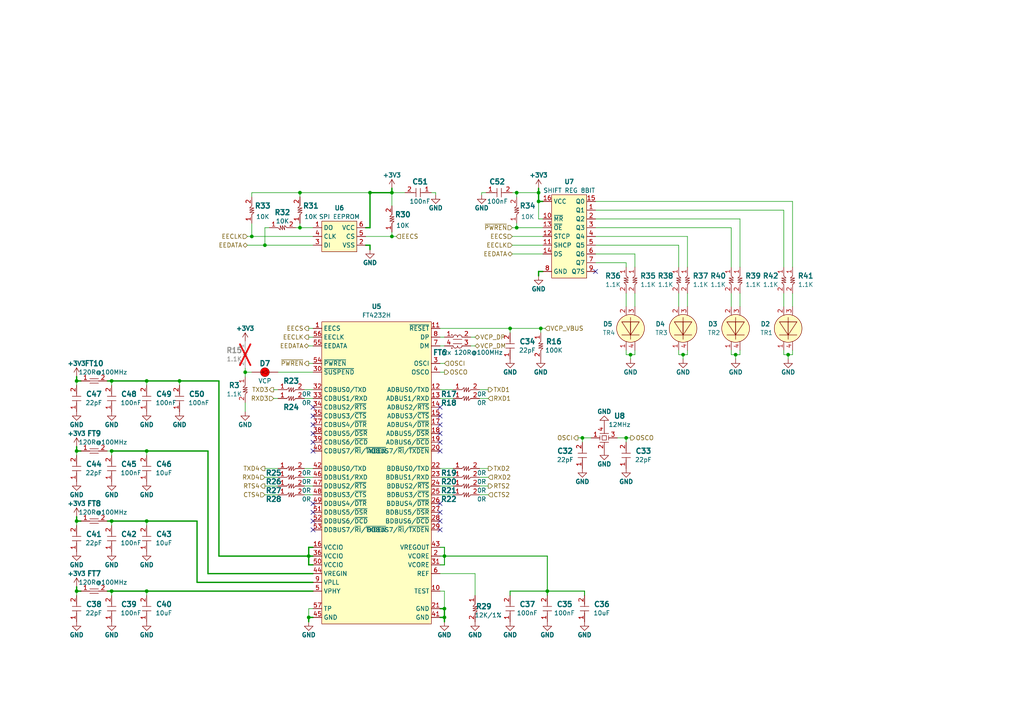
<source format=kicad_sch>
(kicad_sch (version 20231120) (generator "eeschema") (generator_version "8.0")
  (paper "A4")
  (title_block (title "PROGRAMMER & DEBUGGER") (date "2024-07-17") (rev "0.1") (company "TON DUC THANG UNIVERSITY") (comment 1 "Schematic Designed by ...") (comment 2 "PCB Designed by ...") (comment 3 "Approved by ..."))
  (junction (at 156.21 55.88))
  (junction (at 113.665 55.88))
  (junction (at 149.86 55.88))
  (junction (at 149.86 66.04))
  (junction (at 71.12 107.95))
  (junction (at 86.995 66.04))
  (junction (at 22.225 130.81))
  (junction (at 89.535 161.29))
  (junction (at 182.88 102.87))
  (junction (at 113.665 68.58))
  (junction (at 42.545 110.49))
  (junction (at 181.61 127))
  (junction (at 42.545 151.13))
  (junction (at 228.6 102.87))
  (junction (at 168.91 127))
  (junction (at 22.225 171.45))
  (junction (at 76.835 71.12))
  (junction (at 22.225 151.13))
  (junction (at 52.07 110.49))
  (junction (at 32.385 171.45))
  (junction (at 156.21 58.42))
  (junction (at 213.36 102.87))
  (junction (at 22.225 110.49))
  (junction (at 156.845 95.25))
  (junction (at 32.385 151.13))
  (junction (at 198.12 102.87))
  (junction (at 128.905 179.07))
  (junction (at 86.995 55.88))
  (junction (at 158.75 171.45))
  (junction (at 128.905 176.53))
  (junction (at 73.025 68.58))
  (junction (at 89.535 179.07))
  (junction (at 42.545 130.81))
  (junction (at 128.905 161.29))
  (junction (at 32.385 130.81))
  (junction (at 32.385 110.49))
  (junction (at 147.955 95.25))
  (junction (at 107.315 55.88))
  (junction (at 42.545 171.45))
  (no_connect (at 90.805 128.27))
  (no_connect (at 90.805 130.81))
  (no_connect (at 127.635 146.05))
  (no_connect (at 90.805 118.11))
  (no_connect (at 90.805 151.13))
  (no_connect (at 172.72 78.74))
  (no_connect (at 90.805 120.65))
  (no_connect (at 127.635 125.73))
  (no_connect (at 127.635 148.59))
  (no_connect (at 90.805 146.05))
  (no_connect (at 90.805 125.73))
  (no_connect (at 127.635 130.81))
  (no_connect (at 127.635 120.65))
  (no_connect (at 127.635 151.13))
  (no_connect (at 127.635 128.27))
  (no_connect (at 127.635 123.19))
  (no_connect (at 90.805 153.67))
  (no_connect (at 127.635 118.11))
  (no_connect (at 90.805 123.19))
  (no_connect (at 127.635 153.67))
  (no_connect (at 90.805 148.59))
  (wire (pts (xy 147.955 95.25) (xy 147.955 96.52)))
  (wire (pts (xy 167.64 127) (xy 168.91 127)))
  (wire (pts (xy 125.095 55.88) (xy 126.365 55.88)))
  (wire (pts (xy 71.755 71.12) (xy 76.835 71.12)))
  (wire (pts (xy 182.88 102.87) (xy 182.88 104.14)))
  (wire (pts (xy 199.39 101.6) (xy 199.39 102.87)))
  (wire (pts (xy 172.72 63.5) (xy 214.63 63.5)))
  (wire (pts (xy 141.605 140.97) (xy 139.065 140.97)))
  (wire (pts (xy 22.225 130.81) (xy 23.495 130.81)) (stroke (width 0.381)))
  (wire (pts (xy 22.225 171.45) (xy 23.495 171.45)) (stroke (width 0.381)))
  (wire (pts (xy 89.535 161.29) (xy 89.535 158.75)) (stroke (width 0.381)))
  (wire (pts (xy 228.6 102.87) (xy 228.6 104.14)))
  (wire (pts (xy 76.835 135.89) (xy 80.645 135.89)))
  (wire (pts (xy 141.605 135.89) (xy 139.065 135.89)))
  (wire (pts (xy 156.21 54.61) (xy 156.21 55.88)) (stroke (width 0.381)))
  (wire (pts (xy 126.365 56.515) (xy 126.365 55.88)))
  (wire (pts (xy 86.995 57.15) (xy 86.995 55.88)))
  (wire (pts (xy 88.265 135.89) (xy 90.805 135.89)))
  (wire (pts (xy 141.605 115.57) (xy 139.065 115.57)))
  (wire (pts (xy 199.39 102.87) (xy 198.12 102.87)))
  (wire (pts (xy 31.115 151.13) (xy 32.385 151.13)) (stroke (width 0.381)))
  (wire (pts (xy 172.72 73.66) (xy 184.15 73.66)))
  (wire (pts (xy 89.535 180.34) (xy 89.535 179.07)) (stroke (width 0.381)))
  (wire (pts (xy 88.265 115.57) (xy 90.805 115.57)))
  (wire (pts (xy 172.72 76.2) (xy 181.61 76.2)))
  (wire (pts (xy 128.905 171.45) (xy 128.905 176.53)))
  (wire (pts (xy 127.635 158.75) (xy 128.905 158.75)) (stroke (width 0.254)))
  (wire (pts (xy 52.07 110.49) (xy 42.545 110.49)) (stroke (width 0.381)))
  (wire (pts (xy 184.15 102.87) (xy 182.88 102.87)))
  (wire (pts (xy 107.315 72.39) (xy 107.315 71.12)) (stroke (width 0.381)))
  (wire (pts (xy 181.61 128.27) (xy 181.61 127)))
  (wire (pts (xy 158.75 161.29) (xy 158.75 171.45)) (stroke (width 0.254)))
  (wire (pts (xy 22.225 130.81) (xy 22.225 132.08)))
  (wire (pts (xy 127.635 95.25) (xy 147.955 95.25)))
  (wire (pts (xy 76.835 140.97) (xy 80.645 140.97)))
  (wire (pts (xy 141.605 143.51) (xy 139.065 143.51)))
  (wire (pts (xy 128.905 158.75) (xy 128.905 161.29)) (stroke (width 0.254)))
  (wire (pts (xy 90.805 71.12) (xy 76.835 71.12)))
  (wire (pts (xy 31.115 130.81) (xy 32.385 130.81)))
  (wire (pts (xy 79.375 115.57) (xy 80.645 115.57)))
  (wire (pts (xy 89.535 163.83) (xy 89.535 161.29)) (stroke (width 0.381)))
  (wire (pts (xy 76.835 143.51) (xy 80.645 143.51)))
  (wire (pts (xy 172.72 71.12) (xy 196.85 71.12)))
  (wire (pts (xy 182.88 102.87) (xy 181.61 102.87)))
  (wire (pts (xy 86.995 66.04) (xy 90.805 66.04)))
  (wire (pts (xy 42.545 151.13) (xy 42.545 152.4)))
  (wire (pts (xy 113.665 55.88) (xy 117.475 55.88)))
  (wire (pts (xy 158.75 171.45) (xy 158.75 172.72)) (stroke (width 0.254)))
  (wire (pts (xy 32.385 130.81) (xy 32.385 132.08)))
  (wire (pts (xy 57.15 151.13) (xy 42.545 151.13)) (stroke (width 0.381)))
  (wire (pts (xy 128.905 163.83) (xy 128.905 161.29)) (stroke (width 0.254)))
  (wire (pts (xy 184.15 101.6) (xy 184.15 102.87)))
  (wire (pts (xy 137.795 166.37) (xy 137.795 172.72)))
  (wire (pts (xy 214.63 101.6) (xy 214.63 102.87)))
  (wire (pts (xy 184.15 73.66) (xy 184.15 77.47)))
  (wire (pts (xy 229.87 101.6) (xy 229.87 102.87)))
  (wire (pts (xy 71.755 68.58) (xy 73.025 68.58)))
  (wire (pts (xy 140.97 55.88) (xy 139.7 55.88)))
  (wire (pts (xy 76.835 138.43) (xy 80.645 138.43)))
  (wire (pts (xy 184.15 88.9) (xy 184.15 85.09)))
  (wire (pts (xy 229.87 58.42) (xy 229.87 77.47)))
  (wire (pts (xy 90.805 168.91) (xy 57.15 168.91)) (stroke (width 0.381)))
  (wire (pts (xy 131.445 138.43) (xy 127.635 138.43)))
  (wire (pts (xy 89.535 100.33) (xy 90.805 100.33)))
  (wire (pts (xy 90.805 163.83) (xy 89.535 163.83)) (stroke (width 0.381)))
  (wire (pts (xy 57.15 168.91) (xy 57.15 151.13)) (stroke (width 0.381)))
  (wire (pts (xy 228.6 102.87) (xy 227.33 102.87)))
  (wire (pts (xy 88.265 113.03) (xy 90.805 113.03)))
  (wire (pts (xy 168.91 127) (xy 171.45 127)))
  (wire (pts (xy 156.21 63.5) (xy 156.21 58.42)))
  (wire (pts (xy 22.225 109.22) (xy 22.225 110.49)) (stroke (width 0.381)))
  (wire (pts (xy 147.955 171.45) (xy 147.955 172.72)) (stroke (width 0.254)))
  (wire (pts (xy 71.12 106.68) (xy 71.12 107.95)))
  (wire (pts (xy 127.635 140.97) (xy 131.445 140.97)))
  (wire (pts (xy 128.905 107.95) (xy 127.635 107.95)))
  (wire (pts (xy 199.39 68.58) (xy 199.39 77.47)))
  (wire (pts (xy 89.535 176.53) (xy 90.805 176.53)))
  (wire (pts (xy 86.995 55.88) (xy 107.315 55.88)))
  (wire (pts (xy 32.385 130.81) (xy 42.545 130.81)) (stroke (width 0.381)))
  (wire (pts (xy 179.07 127) (xy 181.61 127)))
  (wire (pts (xy 22.225 151.13) (xy 23.495 151.13)) (stroke (width 0.381)))
  (wire (pts (xy 32.385 171.45) (xy 42.545 171.45)) (stroke (width 0.381)))
  (wire (pts (xy 42.545 110.49) (xy 42.545 111.76)))
  (wire (pts (xy 198.12 102.87) (xy 196.85 102.87)))
  (wire (pts (xy 139.7 56.515) (xy 139.7 55.88)))
  (wire (pts (xy 227.33 60.96) (xy 227.33 77.47)))
  (wire (pts (xy 127.635 176.53) (xy 128.905 176.53)) (stroke (width 0.381)))
  (wire (pts (xy 229.87 88.9) (xy 229.87 85.09)))
  (wire (pts (xy 212.09 66.04) (xy 212.09 77.47)))
  (wire (pts (xy 32.385 110.49) (xy 32.385 111.76)))
  (wire (pts (xy 196.85 101.6) (xy 196.85 102.87)))
  (wire (pts (xy 149.86 66.04) (xy 149.86 64.77)))
  (wire (pts (xy 128.905 176.53) (xy 128.905 179.07)) (stroke (width 0.381)))
  (wire (pts (xy 89.535 95.25) (xy 90.805 95.25)))
  (wire (pts (xy 63.5 110.49) (xy 52.07 110.49)) (stroke (width 0.381)))
  (wire (pts (xy 181.61 76.2) (xy 181.61 77.47)))
  (wire (pts (xy 213.36 102.87) (xy 212.09 102.87)))
  (wire (pts (xy 156.21 55.88) (xy 156.21 58.42)) (stroke (width 0.381)))
  (wire (pts (xy 42.545 130.81) (xy 42.545 132.08)))
  (wire (pts (xy 107.315 66.04) (xy 106.045 66.04)) (stroke (width 0.381)))
  (wire (pts (xy 196.85 88.9) (xy 196.85 85.09)))
  (wire (pts (xy 136.525 100.33) (xy 137.795 100.33)))
  (wire (pts (xy 71.12 119.38) (xy 71.12 116.84)))
  (wire (pts (xy 214.63 102.87) (xy 213.36 102.87)))
  (wire (pts (xy 141.605 113.03) (xy 139.065 113.03)))
  (wire (pts (xy 136.525 97.79) (xy 137.795 97.79)))
  (wire (pts (xy 181.61 88.9) (xy 181.61 85.09)))
  (wire (pts (xy 22.225 149.86) (xy 22.225 151.13)) (stroke (width 0.381)))
  (wire (pts (xy 181.61 127) (xy 182.88 127)))
  (wire (pts (xy 199.39 88.9) (xy 199.39 85.09)))
  (wire (pts (xy 149.86 55.88) (xy 149.86 57.15)))
  (wire (pts (xy 42.545 130.81) (xy 60.325 130.81)) (stroke (width 0.381)))
  (wire (pts (xy 127.635 166.37) (xy 137.795 166.37)))
  (wire (pts (xy 169.545 172.72) (xy 169.545 171.45)) (stroke (width 0.254)))
  (wire (pts (xy 172.72 66.04) (xy 212.09 66.04)))
  (wire (pts (xy 141.605 138.43) (xy 139.065 138.43)))
  (wire (pts (xy 32.385 110.49) (xy 42.545 110.49)) (stroke (width 0.381)))
  (wire (pts (xy 147.955 95.25) (xy 156.845 95.25)))
  (wire (pts (xy 80.645 107.95) (xy 90.805 107.95)))
  (wire (pts (xy 156.845 95.25) (xy 156.845 96.52)))
  (wire (pts (xy 157.48 58.42) (xy 156.21 58.42)) (stroke (width 0.381)))
  (wire (pts (xy 127.635 161.29) (xy 128.905 161.29)) (stroke (width 0.254)))
  (wire (pts (xy 172.72 68.58) (xy 199.39 68.58)))
  (wire (pts (xy 213.36 102.87) (xy 213.36 104.14)))
  (wire (pts (xy 22.225 129.54) (xy 22.225 130.81)) (stroke (width 0.381)))
  (wire (pts (xy 22.225 170.18) (xy 22.225 171.45)) (stroke (width 0.381)))
  (wire (pts (xy 106.045 68.58) (xy 113.665 68.58)))
  (wire (pts (xy 128.905 100.33) (xy 127.635 100.33)))
  (wire (pts (xy 73.025 64.77) (xy 73.025 68.58)))
  (wire (pts (xy 42.545 171.45) (xy 90.805 171.45)) (stroke (width 0.381)))
  (wire (pts (xy 31.115 171.45) (xy 32.385 171.45)) (stroke (width 0.381)))
  (wire (pts (xy 156.21 78.74) (xy 157.48 78.74)) (stroke (width 0.381)))
  (wire (pts (xy 89.535 158.75) (xy 90.805 158.75)) (stroke (width 0.381)))
  (wire (pts (xy 52.07 110.49) (xy 52.07 111.76)))
  (wire (pts (xy 63.5 161.29) (xy 63.5 110.49)) (stroke (width 0.381)))
  (wire (pts (xy 60.325 166.37) (xy 60.325 130.81)) (stroke (width 0.381)))
  (wire (pts (xy 22.225 171.45) (xy 22.225 172.72)))
  (wire (pts (xy 156.845 95.25) (xy 158.115 95.25)))
  (wire (pts (xy 107.315 71.12) (xy 106.045 71.12)) (stroke (width 0.381)))
  (wire (pts (xy 181.61 101.6) (xy 181.61 102.87)))
  (wire (pts (xy 157.48 66.04) (xy 149.86 66.04)))
  (wire (pts (xy 127.635 143.51) (xy 131.445 143.51)))
  (wire (pts (xy 169.545 171.45) (xy 158.75 171.45)) (stroke (width 0.254)))
  (wire (pts (xy 73.025 55.88) (xy 86.995 55.88)))
  (wire (pts (xy 107.315 55.88) (xy 113.665 55.88)) (stroke (width 0.381)))
  (wire (pts (xy 148.59 73.66) (xy 157.48 73.66)))
  (wire (pts (xy 22.225 110.49) (xy 22.225 111.76)))
  (wire (pts (xy 198.12 102.87) (xy 198.12 104.14)))
  (wire (pts (xy 128.905 179.07) (xy 128.905 180.34)) (stroke (width 0.381)))
  (wire (pts (xy 88.265 138.43) (xy 90.805 138.43)))
  (wire (pts (xy 79.375 113.03) (xy 80.645 113.03)))
  (wire (pts (xy 86.995 64.77) (xy 86.995 66.04)))
  (wire (pts (xy 172.72 60.96) (xy 227.33 60.96)))
  (wire (pts (xy 128.905 161.29) (xy 158.75 161.29)) (stroke (width 0.254)))
  (wire (pts (xy 90.805 166.37) (xy 60.325 166.37)) (stroke (width 0.381)))
  (wire (pts (xy 76.835 71.12) (xy 76.835 66.04)))
  (wire (pts (xy 227.33 101.6) (xy 227.33 102.87)))
  (wire (pts (xy 32.385 151.13) (xy 42.545 151.13)) (stroke (width 0.381)))
  (wire (pts (xy 31.115 110.49) (xy 32.385 110.49)) (stroke (width 0.381)))
  (wire (pts (xy 196.85 71.12) (xy 196.85 77.47)))
  (wire (pts (xy 113.665 54.61) (xy 113.665 55.88)) (stroke (width 0.381)))
  (wire (pts (xy 148.59 68.58) (xy 157.48 68.58)))
  (wire (pts (xy 32.385 151.13) (xy 32.385 152.4)))
  (wire (pts (xy 229.87 102.87) (xy 228.6 102.87)))
  (wire (pts (xy 168.91 128.27) (xy 168.91 127)))
  (wire (pts (xy 89.535 105.41) (xy 90.805 105.41)))
  (wire (pts (xy 107.315 55.88) (xy 107.315 66.04)) (stroke (width 0.381)))
  (wire (pts (xy 156.21 80.01) (xy 156.21 78.74)) (stroke (width 0.381)))
  (wire (pts (xy 212.09 101.6) (xy 212.09 102.87)))
  (wire (pts (xy 128.905 97.79) (xy 127.635 97.79)))
  (wire (pts (xy 148.59 71.12) (xy 157.48 71.12)))
  (wire (pts (xy 148.59 55.88) (xy 149.86 55.88)))
  (wire (pts (xy 113.665 68.58) (xy 113.665 67.31)))
  (wire (pts (xy 89.535 161.29) (xy 90.805 161.29)) (stroke (width 0.381)))
  (wire (pts (xy 157.48 63.5) (xy 156.21 63.5)))
  (wire (pts (xy 32.385 171.45) (xy 32.385 172.72)))
  (wire (pts (xy 89.535 97.79) (xy 90.805 97.79)))
  (wire (pts (xy 127.635 105.41) (xy 128.905 105.41)))
  (wire (pts (xy 76.835 66.04) (xy 78.105 66.04)))
  (wire (pts (xy 127.635 163.83) (xy 128.905 163.83)) (stroke (width 0.254)))
  (wire (pts (xy 128.905 179.07) (xy 127.635 179.07)) (stroke (width 0.381)))
  (wire (pts (xy 131.445 115.57) (xy 127.635 115.57)))
  (wire (pts (xy 172.72 58.42) (xy 229.87 58.42)))
  (wire (pts (xy 227.33 88.9) (xy 227.33 85.09)))
  (wire (pts (xy 88.265 140.97) (xy 90.805 140.97)))
  (wire (pts (xy 73.025 68.58) (xy 90.805 68.58)))
  (wire (pts (xy 158.75 171.45) (xy 147.955 171.45)) (stroke (width 0.254)))
  (wire (pts (xy 22.225 110.49) (xy 23.495 110.49)) (stroke (width 0.381)))
  (wire (pts (xy 71.12 107.95) (xy 73.025 107.95)))
  (wire (pts (xy 214.63 63.5) (xy 214.63 77.47)))
  (wire (pts (xy 89.535 179.07) (xy 89.535 176.53)))
  (wire (pts (xy 127.635 171.45) (xy 128.905 171.45)))
  (wire (pts (xy 131.445 113.03) (xy 127.635 113.03)))
  (wire (pts (xy 42.545 171.45) (xy 42.545 172.72)))
  (wire (pts (xy 89.535 179.07) (xy 90.805 179.07)) (stroke (width 0.381)))
  (wire (pts (xy 113.665 68.58) (xy 114.935 68.58)))
  (wire (pts (xy 131.445 135.89) (xy 127.635 135.89)))
  (wire (pts (xy 212.09 88.9) (xy 212.09 85.09)))
  (wire (pts (xy 214.63 88.9) (xy 214.63 85.09)))
  (wire (pts (xy 73.025 57.15) (xy 73.025 55.88)))
  (wire (pts (xy 149.86 55.88) (xy 156.21 55.88)))
  (wire (pts (xy 63.5 161.29) (xy 89.535 161.29)) (stroke (width 0.381)))
  (wire (pts (xy 71.12 107.95) (xy 71.12 109.22)))
  (wire (pts (xy 88.265 143.51) (xy 90.805 143.51)))
  (wire (pts (xy 148.59 66.04) (xy 149.86 66.04)))
  (wire (pts (xy 113.665 55.88) (xy 113.665 59.69)))
  (wire (pts (xy 85.725 66.04) (xy 86.995 66.04)))
  (wire (pts (xy 22.225 151.13) (xy 22.225 152.4)))
  (hierarchical_label "EECLK" (shape output) (at 89.535 97.79 180))
  (hierarchical_label "CTS2" (shape input) (at 141.605 143.51 0))
  (hierarchical_label "RXD3" (shape input) (at 79.375 115.57 180))
  (hierarchical_label "VCP_VBUS" (shape input) (at 158.115 95.25 0))
  (hierarchical_label "RTS4" (shape output) (at 76.835 140.97 180))
  (hierarchical_label "EECLK" (shape input) (at 71.755 68.58 180))
  (hierarchical_label "EEDATA" (shape bidirectional) (at 89.535 100.33 180))
  (hierarchical_label "EECS" (shape input) (at 148.59 68.58 180))
  (hierarchical_label "EECLK" (shape input) (at 148.59 71.12 180))
  (hierarchical_label "EEDATA" (shape bidirectional) (at 148.59 73.66 180))
  (hierarchical_label "OSCI" (shape input) (at 128.905 105.41 0))
  (hierarchical_label "CTS4" (shape input) (at 76.835 143.51 180))
  (hierarchical_label "VCP_DM" (shape bidirectional) (at 137.795 100.33 0))
  (hierarchical_label "RXD1" (shape input) (at 141.605 115.57 0))
  (hierarchical_label "~{PWREN}" (shape input) (at 148.59 66.04 180))
  (hierarchical_label "TXD1" (shape output) (at 141.605 113.03 0))
  (hierarchical_label "OSCO" (shape output) (at 182.88 127 0))
  (hierarchical_label "RXD2" (shape input) (at 141.605 138.43 0))
  (hierarchical_label "TXD3" (shape output) (at 79.375 113.03 180))
  (hierarchical_label "EECS" (shape input) (at 114.935 68.58 0))
  (hierarchical_label "EEDATA" (shape bidirectional) (at 71.755 71.12 180))
  (hierarchical_label "TXD4" (shape output) (at 76.835 135.89 180))
  (hierarchical_label "OSCO" (shape output) (at 128.905 107.95 0))
  (hierarchical_label "OSCI" (shape output) (at 167.64 127 180))
  (hierarchical_label "~{PWREN}" (shape output) (at 89.535 105.41 180))
  (hierarchical_label "VCP_DP" (shape bidirectional) (at 137.795 97.79 0))
  (hierarchical_label "RTS2" (shape output) (at 141.605 140.97 0))
  (hierarchical_label "EECS" (shape output) (at 89.535 95.25 180))
  (hierarchical_label "RXD4" (shape input) (at 76.835 138.43 180))
  (hierarchical_label "TXD2" (shape output) (at 141.605 135.89 0))
  (symbol (lib_id "SAMPI:RES") (at 89.535 62.23 270) (mirror x) (unit 1)
    (property "Reference" "R31" (at 90.17 59.69 90) (effects (font (size 1.5 1.5) (bold yes))))
    (property "Value" "10K" (at 90.17 62.865 90))
    (property "Footprint" "SAMPI:RES0603" (effects (hide yes)))
    (property "Description" "RES 10K OHM 1% 1/10W 0603" (effects (hide yes)))
    (property "Unit Price" "0.019" (effects (hide yes)))
    (property "MNP" "RC0603FR-0710KL" (effects (hide yes)))
    (property "MFT" "YAGEO" (effects (hide yes)))
    (property "Checked" "OK" (effects (hide yes)))
  )
  (symbol (lib_id "SAMPI:RES") (at 199.39 80.01 270) (unit 1)
    (property "Reference" "R38" (at 193.04 80.01 90) (effects (font (size 1.5 1.5) (bold yes))))
    (property "Value" "1.1K" (at 193.04 82.55 90))
    (property "Footprint" "SAMPI:RES0603" (effects (hide yes)))
    (property "Description" "RES SMD 1.1K OHM 1% 1/10W 0603" (effects (hide yes)))
    (property "MFT" "YAGEO" (effects (hide yes)))
    (property "Unit Price" "0.021" (effects (hide yes)))
    (property "MNP" "AC0603FR-071K1L" (effects (hide yes)))
    (property "Checked" "OK" (effects (hide yes)))
  )
  (symbol (lib_id "SAMPI:CERCAP") (at 40.005 137.16 90) (unit 1)
    (property "Reference" "C46" (at 45.085 134.6199 90) (effects (font (size 1.5 1.5) (bold yes)) (justify right)))
    (property "Value" "10uF" (at 45.085 137.1599 90) (effects (justify right)))
    (property "Footprint" "SAMPI:CAP0603" (effects (hide yes)))
    (property "Description" "CAP CER 10UF 6.3V X5R 0603" (effects (hide yes)))
    (property "MNP" "CL10A106MQ8NNNC" (effects (hide yes)))
    (property "Unit Price" "0.079" (effects (hide yes)))
    (property "MFT" "Samsung" (effects (hide yes)))
    (property "Checked" "OK" (effects (hide yes)))
  )
  (symbol (lib_id "SAMPI:93LC56") (at 93.345 57.785 0) (unit 1)
    (property "Reference" "U6" (at 98.425 60.325 0) (effects (font (size 1.3 1.3) (bold yes))))
    (property "Value" "SPI EEPROM" (at 98.425 62.865 0))
    (property "Footprint" "SAMPI:SOT-23-6_MCHP" (effects (hide yes)))
    (property "Description" "IC EEPROM 2KBIT MIC WIRE SOT23-6" (effects (hide yes)))
    (property "MNP" "93LC56AT-I/OT" (effects (hide yes)))
    (property "MFT" "MCHP" (effects (hide yes)))
    (property "Checked" "OK" (effects (hide yes)))
  )
  (symbol (lib_id "power:GND") (at 156.21 80.01 0) (unit 1)
    (property "Reference" "#PWR093" (effects (hide yes)))
    (property "Value" "GND" (at 156.21 83.82 0) (effects (font (bold yes))))
  )
  (symbol (lib_id "power:+3V3") (at 22.225 149.86 0) (unit 1)
    (property "Reference" "#PWR075" (effects (hide yes)))
    (property "Value" "+3V3" (at 22.225 146.05 0) (effects (font (bold yes))))
  )
  (symbol (lib_id "SAMPI:FerriteBead") (at 26.67 167.64 0) (unit 1)
    (property "Reference" "FT7" (at 27.305 166.37 0) (effects (font (size 1.5 1.5) (bold yes))))
    (property "Value" "120R@100MHz" (at 29.845 168.91 0))
    (property "Footprint" "SAMPI:FT0603" (effects (hide yes)))
    (property "Description" "FERRITE BEAD 120 OHM 1A 0603 1LN" (effects (hide yes)))
    (property "Unit Price" "0.058" (effects (hide yes)))
    (property "MNP" "PE-0603PFB121ST" (effects (hide yes)))
    (property "MFT" "Pulse" (effects (hide yes)))
    (property "Checked" "OK" (effects (hide yes)))
  )
  (symbol (lib_id "power:GND") (at 32.385 119.38 0) (unit 1)
    (property "Reference" "#PWR085" (effects (hide yes)))
    (property "Value" "GND" (at 32.385 123.19 0) (effects (font (bold yes))))
  )
  (symbol (lib_id "power:GND") (at 228.6 104.14 0) (mirror y) (unit 1)
    (property "Reference" "#PWR094" (effects (hide yes)))
    (property "Value" "GND" (at 228.6 107.95 0) (effects (font (bold yes))))
  )
  (symbol (lib_id "SAMPI:RES") (at 80.645 68.58 0) (mirror x) (unit 1)
    (property "Reference" "R32" (at 81.915 61.595 0) (effects (font (size 1.5 1.5) (bold yes))))
    (property "Value" "10K" (at 81.915 64.135 0))
    (property "Footprint" "SAMPI:RES0603" (effects (hide yes)))
    (property "Description" "RES 10K OHM 1% 1/10W 0603" (effects (hide yes)))
    (property "Unit Price" "0.019" (effects (hide yes)))
    (property "MNP" "RC0603FR-0710KL" (effects (hide yes)))
    (property "MFT" "YAGEO" (effects (hide yes)))
    (property "Checked" "OK" (effects (hide yes)))
  )
  (symbol (lib_id "SAMPI:RES") (at 227.33 80.01 90) (mirror x) (unit 1)
    (property "Reference" "R41" (at 233.68 80.01 90) (effects (font (size 1.5 1.5) (bold yes))))
    (property "Value" "1.1K" (at 233.68 82.55 90))
    (property "Footprint" "SAMPI:RES0603" (effects (hide yes)))
    (property "Description" "RES SMD 1.1K OHM 1% 1/10W 0603" (effects (hide yes)))
    (property "MFT" "YAGEO" (effects (hide yes)))
    (property "Unit Price" "0.021" (effects (hide yes)))
    (property "MNP" "AC0603FR-071K1L" (effects (hide yes)))
    (property "Checked" "OK" (effects (hide yes)))
  )
  (symbol (lib_id "SAMPI:RES") (at 196.85 80.01 90) (mirror x) (unit 1)
    (property "Reference" "R37" (at 203.2 80.01 90) (effects (font (size 1.5 1.5) (bold yes))))
    (property "Value" "1.1K" (at 203.2 82.55 90))
    (property "Footprint" "SAMPI:RES0603" (effects (hide yes)))
    (property "Description" "RES SMD 1.1K OHM 1% 1/10W 0603" (effects (hide yes)))
    (property "MFT" "YAGEO" (effects (hide yes)))
    (property "Unit Price" "0.021" (effects (hide yes)))
    (property "MNP" "AC0603FR-071K1L" (effects (hide yes)))
    (property "Checked" "OK" (effects (hide yes)))
  )
  (symbol (lib_id "power:GND") (at 147.955 104.14 0) (unit 1)
    (property "Reference" "#PWR063" (effects (hide yes)))
    (property "Value" "GND" (at 147.955 107.95 0) (effects (font (bold yes))))
  )
  (symbol (lib_id "SAMPI:CERCAP") (at 19.685 116.84 90) (unit 1)
    (property "Reference" "C47" (at 24.765 114.2999 90) (effects (font (size 1.5 1.5) (bold yes)) (justify right)))
    (property "Value" "22pF" (at 24.765 116.8399 90) (effects (justify right)))
    (property "Footprint" "SAMPI:CAP0603" (effects (hide yes)))
    (property "Description" "CAP CER 22PF 50V C0G/NP0 0603" (effects (hide yes)))
    (property "MNP" "0603N220J500CT" (effects (hide yes)))
    (property "Unit Price" "0.012" (effects (hide yes)))
    (property "MFT" "Walsin" (effects (hide yes)))
    (property "Checked" "OK" (effects (hide yes)))
  )
  (symbol (lib_id "SAMPI:CERCAP") (at 40.005 116.84 90) (unit 1)
    (property "Reference" "C49" (at 45.085 114.2999 90) (effects (font (size 1.5 1.5) (bold yes)) (justify right)))
    (property "Value" "100nF" (at 45.085 116.8399 90) (effects (justify right)))
    (property "Footprint" "SAMPI:CAP0603" (effects (hide yes)))
    (property "Description" "CAP CER 0.1UF 50V X7R 0603" (effects (hide yes)))
    (property "MNP" "CL10B104KB8NNNC" (effects (hide yes)))
    (property "Unit Price" "0.012" (effects (hide yes)))
    (property "MFT" "Samsung" (effects (hide yes)))
    (property "Checked" "OK" (effects (hide yes)))
  )
  (symbol (lib_id "SAMPI:RES") (at 68.58 101.6 90) (mirror x) (unit 1) (in_bom no) (dnp yes)
    (property "Reference" "R15" (at 67.945 101.6 90) (effects (font (size 1.5 1.5) (bold yes))))
    (property "Value" "1.1K" (at 67.945 104.14 90))
    (property "Footprint" "SAMPI:RES0603" (effects (hide yes)))
    (property "Description" "RES SMD 1.1K OHM 1% 1/10W 0603" (effects (hide yes)))
    (property "MFT" "YAGEO" (effects (hide yes)))
    (property "Unit Price" "0.021" (effects (hide yes)))
    (property "MNP" "AC0603FR-071K1L" (effects (hide yes)))
    (property "Checked" "OK" (effects (hide yes)))
  )
  (symbol (lib_id "SAMPI:CERCAP") (at 143.51 58.42 0) (mirror x) (unit 1)
    (property "Reference" "C52" (at 146.685 52.705 0) (effects (font (size 1.5 1.5) (bold yes)) (justify right)))
    (property "Value" "100nF" (at 147.32 58.42 0) (effects (justify right)))
    (property "Footprint" "SAMPI:CAP0603" (effects (hide yes)))
    (property "Description" "CAP CER 0.1UF 50V X7R 0603" (effects (hide yes)))
    (property "MNP" "CL10B104KB8NNNC" (effects (hide yes)))
    (property "Unit Price" "0.012" (effects (hide yes)))
    (property "MFT" "Samsung" (effects (hide yes)))
    (property "Checked" "OK" (effects (hide yes)))
  )
  (symbol (lib_id "SAMPI:RES") (at 152.4 62.23 270) (mirror x) (unit 1)
    (property "Reference" "R34" (at 153.035 59.69 90) (effects (font (size 1.5 1.5) (bold yes))))
    (property "Value" "10K" (at 153.035 62.865 90))
    (property "Footprint" "SAMPI:RES0603" (effects (hide yes)))
    (property "Description" "RES 10K OHM 1% 1/10W 0603" (effects (hide yes)))
    (property "Unit Price" "0.019" (effects (hide yes)))
    (property "MNP" "RC0603FR-0710KL" (effects (hide yes)))
    (property "MFT" "YAGEO" (effects (hide yes)))
    (property "Checked" "OK" (effects (hide yes)))
  )
  (symbol (lib_id "power:GND") (at 156.845 104.14 0) (unit 1)
    (property "Reference" "#PWR064" (effects (hide yes)))
    (property "Value" "GND" (at 156.845 107.95 0) (effects (font (bold yes))))
  )
  (symbol (lib_id "SAMPI:CERCAP") (at 29.845 177.8 90) (unit 1)
    (property "Reference" "C39" (at 34.925 175.2599 90) (effects (font (size 1.5 1.5) (bold yes)) (justify right)))
    (property "Value" "100nF" (at 34.925 177.7999 90) (effects (justify right)))
    (property "Footprint" "SAMPI:CAP0603" (effects (hide yes)))
    (property "Description" "CAP CER 0.1UF 50V X7R 0603" (effects (hide yes)))
    (property "MNP" "CL10B104KB8NNNC" (effects (hide yes)))
    (property "Unit Price" "0.012" (effects (hide yes)))
    (property "MFT" "Samsung" (effects (hide yes)))
    (property "Checked" "OK" (effects (hide yes)))
  )
  (symbol (lib_id "power:GND") (at 42.545 119.38 0) (unit 1)
    (property "Reference" "#PWR086" (effects (hide yes)))
    (property "Value" "GND" (at 42.545 123.19 0) (effects (font (bold yes))))
  )
  (symbol (lib_id "SAMPI:RES") (at 214.63 80.01 270) (unit 1)
    (property "Reference" "R40" (at 208.28 80.01 90) (effects (font (size 1.5 1.5) (bold yes))))
    (property "Value" "1.1K" (at 208.28 82.55 90))
    (property "Footprint" "SAMPI:RES0603" (effects (hide yes)))
    (property "Description" "RES SMD 1.1K OHM 1% 1/10W 0603" (effects (hide yes)))
    (property "MFT" "YAGEO" (effects (hide yes)))
    (property "Unit Price" "0.021" (effects (hide yes)))
    (property "MNP" "AC0603FR-071K1L" (effects (hide yes)))
    (property "Checked" "OK" (effects (hide yes)))
  )
  (symbol (lib_id "power:GND") (at 42.545 180.34 0) (unit 1)
    (property "Reference" "#PWR074" (effects (hide yes)))
    (property "Value" "GND" (at 42.545 184.15 0) (effects (font (bold yes))))
  )
  (symbol (lib_id "power:GND") (at 181.61 135.89 0) (unit 1)
    (property "Reference" "#PWR0110" (effects (hide yes)))
    (property "Value" "GND" (at 181.61 139.7 0) (effects (font (bold yes))))
  )
  (symbol (lib_id "SAMPI:RG_LED") (at 175.26 88.9 90) (mirror x) (unit 1)
    (property "Reference" "D5" (at 177.8 93.98 90) (effects (font (size 1.3 1.3) (bold yes)) (justify left)))
    (property "Value" "TR4" (at 178.435 96.52 90) (effects (justify left)))
    (property "Footprint" "SAMPI:LED0606_4P" (effects (hide yes)))
    (property "Description" "LED GREEN/RED DIFFUSED 0606 SMD" (effects (hide yes)))
    (property "MNP" "B2612USNG20D000212U1930" (effects (hide yes)))
    (property "MFT" " Harvatek" (effects (hide yes)))
    (property "Checked" "OK" (effects (hide yes)))
  )
  (symbol (lib_id "SAMPI:FerriteBead") (at 26.67 106.68 0) (unit 1)
    (property "Reference" "FT10" (at 27.305 105.41 0) (effects (font (size 1.5 1.5) (bold yes))))
    (property "Value" "120R@100MHz" (at 29.845 107.95 0))
    (property "Footprint" "SAMPI:FT0603" (effects (hide yes)))
    (property "Description" "FERRITE BEAD 120 OHM 1A 0603 1LN" (effects (hide yes)))
    (property "Unit Price" "0.058" (effects (hide yes)))
    (property "MNP" "PE-0603PFB121ST" (effects (hide yes)))
    (property "MFT" "Pulse" (effects (hide yes)))
    (property "Checked" "OK" (effects (hide yes)))
  )
  (symbol (lib_id "power:GND") (at 52.07 119.38 0) (unit 1)
    (property "Reference" "#PWR087" (effects (hide yes)))
    (property "Value" "GND" (at 52.07 123.19 0) (effects (font (bold yes))))
  )
  (symbol (lib_id "power:GND") (at 175.26 123.19 180) (unit 1)
    (property "Reference" "#PWR062" (effects (hide yes)))
    (property "Value" "GND" (at 175.26 119.38 0) (effects (font (bold yes))))
  )
  (symbol (lib_id "power:+3V3") (at 156.21 54.61 0) (unit 1)
    (property "Reference" "#PWR091" (effects (hide yes)))
    (property "Value" "+3V3" (at 156.21 50.8 0) (effects (font (bold yes))))
  )
  (symbol (lib_id "SAMPI:CERCAP") (at 145.415 101.6 90) (unit 1)
    (property "Reference" "C34" (at 150.495 99.0599 90) (effects (font (size 1.5 1.5) (bold yes)) (justify right)))
    (property "Value" "22pF" (at 150.495 101.5999 90) (effects (justify right)))
    (property "Footprint" "SAMPI:CAP0603" (effects (hide yes)))
    (property "Description" "CAP CER 22PF 50V C0G/NP0 0603" (effects (hide yes)))
    (property "MNP" "0603N220J500CT" (effects (hide yes)))
    (property "Unit Price" "0.012" (effects (hide yes)))
    (property "MFT" "Walsin" (effects (hide yes)))
    (property "Checked" "OK" (effects (hide yes)))
  )
  (symbol (lib_id "SAMPI:FT4232H") (at 93.345 87.63 0) (unit 1)
    (property "Reference" "U5" (at 109.22 88.9 0) (effects (font (size 1.3 1.3) (bold yes))))
    (property "Value" "FT4232H" (at 109.22 91.44 0))
    (property "Footprint" "SAMPI:VQFN-56_FTDI" (effects (hide yes)))
    (property "Description" "IC USB TO UART/MPSSE QUAD 56VQFN" (effects (hide yes)))
    (property "MNP" "FT4232H-56Q" (effects (hide yes)))
    (property "MFT" "FTDI" (effects (hide yes)))
    (property "Checked" "OK" (effects (hide yes)))
  )
  (symbol (lib_id "power:GND") (at 22.225 119.38 0) (unit 1)
    (property "Reference" "#PWR084" (effects (hide yes)))
    (property "Value" "GND" (at 22.225 123.19 0) (effects (font (bold yes))))
  )
  (symbol (lib_id "SAMPI:RES") (at 184.15 80.01 270) (unit 1)
    (property "Reference" "R36" (at 177.8 80.01 90) (effects (font (size 1.5 1.5) (bold yes))))
    (property "Value" "1.1K" (at 177.8 82.55 90))
    (property "Footprint" "SAMPI:RES0603" (effects (hide yes)))
    (property "Description" "RES SMD 1.1K OHM 1% 1/10W 0603" (effects (hide yes)))
    (property "MFT" "YAGEO" (effects (hide yes)))
    (property "Unit Price" "0.021" (effects (hide yes)))
    (property "MNP" "AC0603FR-071K1L" (effects (hide yes)))
    (property "Checked" "OK" (effects (hide yes)))
  )
  (symbol (lib_id "power:GND") (at 168.91 135.89 0) (mirror y) (unit 1)
    (property "Reference" "#PWR059" (effects (hide yes)))
    (property "Value" "GND" (at 168.91 139.7 0) (effects (font (bold yes))))
  )
  (symbol (lib_id "power:GND") (at 198.12 104.14 0) (mirror y) (unit 1)
    (property "Reference" "#PWR096" (effects (hide yes)))
    (property "Value" "GND" (at 198.12 107.95 0) (effects (font (bold yes))))
  )
  (symbol (lib_id "SAMPI:CERCAP") (at 122.555 58.42 180) (unit 1)
    (property "Reference" "C51" (at 119.38 52.705 0) (effects (font (size 1.5 1.5) (bold yes)) (justify right)))
    (property "Value" "100nF" (at 118.745 58.42 0) (effects (justify right)))
    (property "Footprint" "SAMPI:CAP0603" (effects (hide yes)))
    (property "Description" "CAP CER 0.1UF 50V X7R 0603" (effects (hide yes)))
    (property "MNP" "CL10B104KB8NNNC" (effects (hide yes)))
    (property "Unit Price" "0.012" (effects (hide yes)))
    (property "MFT" "Samsung" (effects (hide yes)))
    (property "Checked" "OK" (effects (hide yes)))
  )
  (symbol (lib_id "SAMPI:RES") (at 229.87 80.01 270) (unit 1)
    (property "Reference" "R42" (at 223.52 80.01 90) (effects (font (size 1.5 1.5) (bold yes))))
    (property "Value" "1.1K" (at 223.52 82.55 90))
    (property "Footprint" "SAMPI:RES0603" (effects (hide yes)))
    (property "Description" "RES SMD 1.1K OHM 1% 1/10W 0603" (effects (hide yes)))
    (property "MFT" "YAGEO" (effects (hide yes)))
    (property "Unit Price" "0.021" (effects (hide yes)))
    (property "MNP" "AC0603FR-071K1L" (effects (hide yes)))
    (property "Checked" "OK" (effects (hide yes)))
  )
  (symbol (lib_id "SAMPI:RG_LED") (at 220.98 88.9 90) (mirror x) (unit 1)
    (property "Reference" "D2" (at 223.52 93.98 90) (effects (font (size 1.3 1.3) (bold yes)) (justify left)))
    (property "Value" "TR1" (at 224.155 96.52 90) (effects (justify left)))
    (property "Footprint" "SAMPI:LED0606_4P" (effects (hide yes)))
    (property "Description" "LED GREEN/RED DIFFUSED 0606 SMD" (effects (hide yes)))
    (property "MNP" "B2612USNG20D000212U1930" (effects (hide yes)))
    (property "MFT" " Harvatek" (effects (hide yes)))
    (property "Checked" "OK" (effects (hide yes)))
  )
  (symbol (lib_id "SAMPI:RES") (at 133.985 133.35 0) (unit 1)
    (property "Reference" "R19" (at 130.175 137.16 0) (effects (font (size 1.5 1.5) (bold yes))))
    (property "Value" "0R" (at 139.7 137.16 0))
    (property "Footprint" "SAMPI:RES0603" (effects (hide yes)))
    (property "Description" "RES 0 OHM JUMPER 1/10W 0603" (effects (hide yes)))
    (property "Unit Price" "0.015" (effects (hide yes)))
    (property "MNP" "RC0603JR-070RL" (effects (hide yes)))
    (property "MFT" "YAGEO" (effects (hide yes)))
    (property "Checked" "OK" (effects (hide yes)))
  )
  (symbol (lib_id "SAMPI:RES") (at 133.985 138.43 0) (unit 1)
    (property "Reference" "R21" (at 130.175 142.24 0) (effects (font (size 1.5 1.5) (bold yes))))
    (property "Value" "0R" (at 139.7 142.24 0))
    (property "Footprint" "SAMPI:RES0603" (effects (hide yes)))
    (property "Description" "RES 0 OHM JUMPER 1/10W 0603" (effects (hide yes)))
    (property "Unit Price" "0.015" (effects (hide yes)))
    (property "MNP" "RC0603JR-070RL" (effects (hide yes)))
    (property "MFT" "YAGEO" (effects (hide yes)))
    (property "Checked" "OK" (effects (hide yes)))
  )
  (symbol (lib_id "SAMPI:RG_LED") (at 190.5 88.9 90) (mirror x) (unit 1)
    (property "Reference" "D4" (at 193.04 93.98 90) (effects (font (size 1.3 1.3) (bold yes)) (justify left)))
    (property "Value" "TR3" (at 193.675 96.52 90) (effects (justify left)))
    (property "Footprint" "SAMPI:LED0606_4P" (effects (hide yes)))
    (property "Description" "LED GREEN/RED DIFFUSED 0606 SMD" (effects (hide yes)))
    (property "MNP" "B2612USNG20D000212U1930" (effects (hide yes)))
    (property "MFT" " Harvatek" (effects (hide yes)))
    (property "Checked" "OK" (effects (hide yes)))
  )
  (symbol (lib_id "power:+3V3") (at 22.225 170.18 0) (unit 1)
    (property "Reference" "#PWR071" (effects (hide yes)))
    (property "Value" "+3V3" (at 22.225 166.37 0) (effects (font (bold yes))))
  )
  (symbol (lib_id "SAMPI:RES") (at 83.185 138.43 0) (unit 1)
    (property "Reference" "R27" (at 79.375 142.24 0) (effects (font (size 1.5 1.5) (bold yes))))
    (property "Value" "0R" (at 88.9 142.24 0))
    (property "Footprint" "SAMPI:RES0603" (effects (hide yes)))
    (property "Description" "RES 0 OHM JUMPER 1/10W 0603" (effects (hide yes)))
    (property "Unit Price" "0.015" (effects (hide yes)))
    (property "MNP" "RC0603JR-070RL" (effects (hide yes)))
    (property "MFT" "YAGEO" (effects (hide yes)))
    (property "Checked" "OK" (effects (hide yes)))
  )
  (symbol (lib_id "power:GND") (at 42.545 139.7 0) (unit 1)
    (property "Reference" "#PWR082" (effects (hide yes)))
    (property "Value" "GND" (at 42.545 143.51 0) (effects (font (bold yes))))
  )
  (symbol (lib_id "SAMPI:CERCAP") (at 40.005 157.48 90) (unit 1)
    (property "Reference" "C43" (at 45.085 154.9399 90) (effects (font (size 1.5 1.5) (bold yes)) (justify right)))
    (property "Value" "10uF" (at 45.085 157.4799 90) (effects (justify right)))
    (property "Footprint" "SAMPI:CAP0603" (effects (hide yes)))
    (property "Description" "CAP CER 10UF 6.3V X5R 0603" (effects (hide yes)))
    (property "MNP" "CL10A106MQ8NNNC" (effects (hide yes)))
    (property "Unit Price" "0.079" (effects (hide yes)))
    (property "MFT" "Samsung" (effects (hide yes)))
    (property "Checked" "OK" (effects (hide yes)))
  )
  (symbol (lib_id "SAMPI:RES") (at 133.985 140.97 0) (unit 1)
    (property "Reference" "R22" (at 130.175 144.78 0) (effects (font (size 1.5 1.5) (bold yes))))
    (property "Value" "0R" (at 139.7 144.78 0))
    (property "Footprint" "SAMPI:RES0603" (effects (hide yes)))
    (property "Description" "RES 0 OHM JUMPER 1/10W 0603" (effects (hide yes)))
    (property "Unit Price" "0.015" (effects (hide yes)))
    (property "MNP" "RC0603JR-070RL" (effects (hide yes)))
    (property "MFT" "YAGEO" (effects (hide yes)))
    (property "Checked" "OK" (effects (hide yes)))
  )
  (symbol (lib_id "SAMPI:CERCAP") (at 49.53 116.84 90) (unit 1)
    (property "Reference" "C50" (at 54.61 114.2999 90) (effects (font (size 1.5 1.5) (bold yes)) (justify right)))
    (property "Value" "100nF" (at 54.61 116.8399 90) (effects (justify right)))
    (property "Footprint" "SAMPI:CAP0603" (effects (hide yes)))
    (property "Description" "CAP CER 0.1UF 50V X7R 0603" (effects (hide yes)))
    (property "MNP" "CL10B104KB8NNNC" (effects (hide yes)))
    (property "Unit Price" "0.012" (effects (hide yes)))
    (property "MFT" "Samsung" (effects (hide yes)))
    (property "Checked" "OK" (effects (hide yes)))
  )
  (symbol (lib_id "SAMPI:RES") (at 83.185 140.97 0) (unit 1)
    (property "Reference" "R28" (at 79.375 144.78 0) (effects (font (size 1.5 1.5) (bold yes))))
    (property "Value" "0R" (at 88.9 144.78 0))
    (property "Footprint" "SAMPI:RES0603" (effects (hide yes)))
    (property "Description" "RES 0 OHM JUMPER 1/10W 0603" (effects (hide yes)))
    (property "Unit Price" "0.015" (effects (hide yes)))
    (property "MNP" "RC0603JR-070RL" (effects (hide yes)))
    (property "MFT" "YAGEO" (effects (hide yes)))
    (property "Checked" "OK" (effects (hide yes)))
  )
  (symbol (lib_id "power:+3V3") (at 22.225 129.54 0) (unit 1)
    (property "Reference" "#PWR079" (effects (hide yes)))
    (property "Value" "+3V3" (at 22.225 125.73 0) (effects (font (bold yes))))
  )
  (symbol (lib_id "power:GND") (at 22.225 180.34 0) (unit 1)
    (property "Reference" "#PWR072" (effects (hide yes)))
    (property "Value" "GND" (at 22.225 184.15 0) (effects (font (bold yes))))
  )
  (symbol (lib_id "SAMPI:RG_LED") (at 205.74 88.9 90) (mirror x) (unit 1)
    (property "Reference" "D3" (at 208.28 93.98 90) (effects (font (size 1.3 1.3) (bold yes)) (justify left)))
    (property "Value" "TR2" (at 208.915 96.52 90) (effects (justify left)))
    (property "Footprint" "SAMPI:LED0606_4P" (effects (hide yes)))
    (property "Description" "LED GREEN/RED DIFFUSED 0606 SMD" (effects (hide yes)))
    (property "MNP" "B2612USNG20D000212U1930" (effects (hide yes)))
    (property "MFT" " Harvatek" (effects (hide yes)))
    (property "Checked" "OK" (effects (hide yes)))
  )
  (symbol (lib_id "SAMPI:CERCAP") (at 167.005 177.8 90) (unit 1)
    (property "Reference" "C36" (at 172.085 175.2599 90) (effects (font (size 1.5 1.5) (bold yes)) (justify right)))
    (property "Value" "10uF" (at 172.085 177.7999 90) (effects (justify right)))
    (property "Footprint" "SAMPI:CAP0603" (effects (hide yes)))
    (property "Description" "CAP CER 10UF 6.3V X5R 0603" (effects (hide yes)))
    (property "MNP" "CL10A106MQ8NNNC" (effects (hide yes)))
    (property "Unit Price" "0.079" (effects (hide yes)))
    (property "MFT" "Samsung" (effects (hide yes)))
    (property "Checked" "OK" (effects (hide yes)))
  )
  (symbol (lib_id "SAMPI:CERCAP") (at 19.685 177.8 90) (unit 1)
    (property "Reference" "C38" (at 24.765 175.2599 90) (effects (font (size 1.5 1.5) (bold yes)) (justify right)))
    (property "Value" "22pF" (at 24.765 177.7999 90) (effects (justify right)))
    (property "Footprint" "SAMPI:CAP0603" (effects (hide yes)))
    (property "Description" "CAP CER 22PF 50V C0G/NP0 0603" (effects (hide yes)))
    (property "MNP" "0603N220J500CT" (effects (hide yes)))
    (property "Unit Price" "0.012" (effects (hide yes)))
    (property "MFT" "Walsin" (effects (hide yes)))
    (property "Checked" "OK" (effects (hide yes)))
  )
  (symbol (lib_id "SAMPI:FerriteBead") (at 26.67 147.32 0) (unit 1)
    (property "Reference" "FT8" (at 27.305 146.05 0) (effects (font (size 1.5 1.5) (bold yes))))
    (property "Value" "120R@100MHz" (at 29.845 148.59 0))
    (property "Footprint" "SAMPI:FT0603" (effects (hide yes)))
    (property "Description" "FERRITE BEAD 120 OHM 1A 0603 1LN" (effects (hide yes)))
    (property "Unit Price" "0.058" (effects (hide yes)))
    (property "MNP" "PE-0603PFB121ST" (effects (hide yes)))
    (property "MFT" "Pulse" (effects (hide yes)))
    (property "Checked" "OK" (effects (hide yes)))
  )
  (symbol (lib_id "power:GND") (at 169.545 180.34 0) (unit 1)
    (property "Reference" "#PWR068" (effects (hide yes)))
    (property "Value" "GND" (at 169.545 184.15 0) (effects (font (bold yes))))
  )
  (symbol (lib_id "power:GND") (at 158.75 180.34 0) (unit 1)
    (property "Reference" "#PWR067" (effects (hide yes)))
    (property "Value" "GND" (at 158.75 184.15 0) (effects (font (bold yes))))
  )
  (symbol (lib_id "SAMPI:RLED") (at 78.105 103.505 0) (mirror y) (unit 1)
    (property "Reference" "D7" (at 76.835 105.41 0) (effects (font (size 1.5 1.5) (bold yes))))
    (property "Value" "VCP" (at 76.835 110.49 0))
    (property "Footprint" "SAMPI:LED0603" (effects (hide yes)))
    (property "Description" "LED RED 0603 SMD" (effects (hide yes)))
    (property "MFT" "Harvatek" (effects (hide yes)))
    (property "MNP" "B1931USD-20D000814U1930" (effects (hide yes)))
    (property "Checked" "OK" (effects (hide yes)))
  )
  (symbol (lib_id "SAMPI:CERCAP") (at 156.21 177.8 90) (unit 1)
    (property "Reference" "C35" (at 161.29 175.26 90) (effects (font (size 1.5 1.5) (bold yes)) (justify right)))
    (property "Value" "100nF" (at 160.655 177.8 90) (effects (justify right)))
    (property "Footprint" "SAMPI:CAP0603" (effects (hide yes)))
    (property "Description" "CAP CER 0.1UF 50V X7R 0603" (effects (hide yes)))
    (property "MNP" "CL10B104KB8NNNC" (effects (hide yes)))
    (property "Unit Price" "0.012" (effects (hide yes)))
    (property "MFT" "Samsung" (effects (hide yes)))
    (property "Checked" "OK" (effects (hide yes)))
  )
  (symbol (lib_id "power:GND") (at 42.545 160.02 0) (unit 1)
    (property "Reference" "#PWR078" (effects (hide yes)))
    (property "Value" "GND" (at 42.545 163.83 0) (effects (font (bold yes))))
  )
  (symbol (lib_id "SAMPI:CERCAP") (at 171.45 133.35 270) (mirror x) (unit 1)
    (property "Reference" "C32" (at 166.37 130.8099 90) (effects (font (size 1.5 1.5) (bold yes)) (justify right)))
    (property "Value" "22pF" (at 166.37 133.3499 90) (effects (justify right)))
    (property "Footprint" "SAMPI:CAP0603" (effects (hide yes)))
    (property "Description" "CAP CER 22PF 50V C0G/NP0 0603" (effects (hide yes)))
    (property "MNP" "0603N220J500CT" (effects (hide yes)))
    (property "Unit Price" "0.012" (effects (hide yes)))
    (property "MFT" "Walsin" (effects (hide yes)))
    (property "Checked" "OK" (effects (hide yes)))
  )
  (symbol (lib_id "power:GND") (at 137.795 180.34 0) (mirror y) (unit 1)
    (property "Reference" "#PWR066" (effects (hide yes)))
    (property "Value" "GND" (at 137.795 184.15 0) (effects (font (bold yes))))
  )
  (symbol (lib_id "SAMPI:RES") (at 68.58 111.76 90) (mirror x) (unit 1)
    (property "Reference" "R3" (at 67.945 111.76 90) (effects (font (size 1.5 1.5) (bold yes))))
    (property "Value" "1.1K" (at 67.945 114.3 90))
    (property "Footprint" "SAMPI:RES0603" (effects (hide yes)))
    (property "Description" "RES SMD 1.1K OHM 1% 1/10W 0603" (effects (hide yes)))
    (property "MFT" "YAGEO" (effects (hide yes)))
    (property "Unit Price" "0.021" (effects (hide yes)))
    (property "MNP" "AC0603FR-071K1L" (effects (hide yes)))
    (property "Checked" "OK" (effects (hide yes)))
  )
  (symbol (lib_id "SAMPI:CERCAP") (at 29.845 157.48 90) (unit 1)
    (property "Reference" "C42" (at 34.925 154.9399 90) (effects (font (size 1.5 1.5) (bold yes)) (justify right)))
    (property "Value" "100nF" (at 34.925 157.4799 90) (effects (justify right)))
    (property "Footprint" "SAMPI:CAP0603" (effects (hide yes)))
    (property "Description" "CAP CER 0.1UF 50V X7R 0603" (effects (hide yes)))
    (property "MNP" "CL10B104KB8NNNC" (effects (hide yes)))
    (property "Unit Price" "0.012" (effects (hide yes)))
    (property "MFT" "Samsung" (effects (hide yes)))
    (property "Checked" "OK" (effects (hide yes)))
  )
  (symbol (lib_id "SAMPI:RES") (at 154.305 99.06 90) (mirror x) (unit 1)
    (property "Reference" "R16" (at 160.655 99.06 90) (effects (font (size 1.5 1.5) (bold yes))))
    (property "Value" "100K" (at 160.655 101.6 90))
    (property "Footprint" "SAMPI:RES0603" (effects (hide yes)))
    (property "Description" "RES 100K OHM 1% 1/10W 0603" (effects (hide yes)))
    (property "Unit Price" "0.019" (effects (hide yes)))
    (property "MNP" "RC0603FR-07100KL" (effects (hide yes)))
    (property "MFT" "YAGEO" (effects (hide yes)))
    (property "Checked" "OK" (effects (hide yes)))
  )
  (symbol (lib_id "power:GND") (at 126.365 56.515 0) (unit 1)
    (property "Reference" "#PWR088" (effects (hide yes)))
    (property "Value" "GND" (at 126.365 60.325 0) (effects (font (bold yes))))
  )
  (symbol (lib_id "power:GND") (at 139.7 56.515 0) (mirror y) (unit 1)
    (property "Reference" "#PWR092" (effects (hide yes)))
    (property "Value" "GND" (at 139.7 60.325 0) (effects (font (bold yes))))
  )
  (symbol (lib_id "SAMPI:RES") (at 181.61 80.01 90) (mirror x) (unit 1)
    (property "Reference" "R35" (at 187.96 80.01 90) (effects (font (size 1.5 1.5) (bold yes))))
    (property "Value" "1.1K" (at 187.96 82.55 90))
    (property "Footprint" "SAMPI:RES0603" (effects (hide yes)))
    (property "Description" "RES SMD 1.1K OHM 1% 1/10W 0603" (effects (hide yes)))
    (property "MFT" "YAGEO" (effects (hide yes)))
    (property "Unit Price" "0.021" (effects (hide yes)))
    (property "MNP" "AC0603FR-071K1L" (effects (hide yes)))
    (property "Checked" "OK" (effects (hide yes)))
  )
  (symbol (lib_id "power:GND") (at 32.385 139.7 0) (unit 1)
    (property "Reference" "#PWR081" (effects (hide yes)))
    (property "Value" "GND" (at 32.385 143.51 0) (effects (font (bold yes))))
  )
  (symbol (lib_id "SAMPI:CERCAP") (at 40.005 177.8 90) (unit 1)
    (property "Reference" "C40" (at 45.085 175.2599 90) (effects (font (size 1.5 1.5) (bold yes)) (justify right)))
    (property "Value" "10uF" (at 45.085 177.7999 90) (effects (justify right)))
    (property "Footprint" "SAMPI:CAP0603" (effects (hide yes)))
    (property "Description" "CAP CER 10UF 6.3V X5R 0603" (effects (hide yes)))
    (property "MNP" "CL10A106MQ8NNNC" (effects (hide yes)))
    (property "Unit Price" "0.079" (effects (hide yes)))
    (property "MFT" "Samsung" (effects (hide yes)))
    (property "Checked" "OK" (effects (hide yes)))
  )
  (symbol (lib_id "power:+3V3") (at 22.225 109.22 0) (unit 1)
    (property "Reference" "#PWR083" (effects (hide yes)))
    (property "Value" "+3V3" (at 22.225 105.41 0) (effects (font (bold yes))))
  )
  (symbol (lib_id "SAMPI:74HC595") (at 160.02 52.07 0) (unit 1)
    (property "Reference" "U7" (at 165.1 52.705 0) (effects (font (size 1.3 1.3) (bold yes))))
    (property "Value" "SHIFT REG 8BIT" (at 165.1 55.245 0))
    (property "Footprint" "SAMPI:TSSOP16-SOT403-1" (effects (hide yes)))
    (property "Description" "IC SHIFT REGISTER 8BIT 16TSSOP" (effects (hide yes)))
    (property "MFT" "Nexperia" (effects (hide yes)))
    (property "MNP" "74HC595PW,118" (effects (hide yes)))
    (property "Checked" "OK" (effects (hide yes)))
  )
  (symbol (lib_id "power:+3V3") (at 113.665 54.61 0) (unit 1)
    (property "Reference" "#PWR089" (effects (hide yes)))
    (property "Value" "+3V3" (at 113.665 50.8 0) (effects (font (bold yes))))
  )
  (symbol (lib_id "power:GND") (at 89.535 180.34 0) (mirror y) (unit 1)
    (property "Reference" "#PWR070" (effects (hide yes)))
    (property "Value" "GND" (at 89.535 184.15 0) (effects (font (bold yes))))
  )
  (symbol (lib_id "power:GND") (at 32.385 160.02 0) (unit 1)
    (property "Reference" "#PWR077" (effects (hide yes)))
    (property "Value" "GND" (at 32.385 163.83 0) (effects (font (bold yes))))
  )
  (symbol (lib_id "power:GND") (at 213.36 104.14 0) (mirror y) (unit 1)
    (property "Reference" "#PWR095" (effects (hide yes)))
    (property "Value" "GND" (at 213.36 107.95 0) (effects (font (bold yes))))
  )
  (symbol (lib_id "SAMPI:RES") (at 83.185 135.89 0) (unit 1)
    (property "Reference" "R26" (at 79.375 139.7 0) (effects (font (size 1.5 1.5) (bold yes))))
    (property "Value" "0R" (at 88.9 139.7 0))
    (property "Footprint" "SAMPI:RES0603" (effects (hide yes)))
    (property "Description" "RES 0 OHM JUMPER 1/10W 0603" (effects (hide yes)))
    (property "Unit Price" "0.015" (effects (hide yes)))
    (property "MNP" "RC0603JR-070RL" (effects (hide yes)))
    (property "MFT" "YAGEO" (effects (hide yes)))
    (property "Checked" "OK" (effects (hide yes)))
  )
  (symbol (lib_id "power:GND") (at 147.955 180.34 0) (unit 1)
    (property "Reference" "#PWR069" (effects (hide yes)))
    (property "Value" "GND" (at 147.955 184.15 0) (effects (font (bold yes))))
  )
  (symbol (lib_id "power:GND") (at 22.225 160.02 0) (unit 1)
    (property "Reference" "#PWR076" (effects (hide yes)))
    (property "Value" "GND" (at 22.225 163.83 0) (effects (font (bold yes))))
  )
  (symbol (lib_id "power:GND") (at 182.88 104.14 0) (mirror y) (unit 1)
    (property "Reference" "#PWR097" (effects (hide yes)))
    (property "Value" "GND" (at 182.88 107.95 0) (effects (font (bold yes))))
  )
  (symbol (lib_id "SAMPI:CERCAP") (at 19.685 157.48 90) (unit 1)
    (property "Reference" "C41" (at 24.765 154.9399 90) (effects (font (size 1.5 1.5) (bold yes)) (justify right)))
    (property "Value" "22pF" (at 24.765 157.4799 90) (effects (justify right)))
    (property "Footprint" "SAMPI:CAP0603" (effects (hide yes)))
    (property "Description" "CAP CER 22PF 50V C0G/NP0 0603" (effects (hide yes)))
    (property "MNP" "0603N220J500CT" (effects (hide yes)))
    (property "Unit Price" "0.012" (effects (hide yes)))
    (property "MFT" "Walsin" (effects (hide yes)))
    (property "Checked" "OK" (effects (hide yes)))
  )
  (symbol (lib_id "power:+3V3") (at 71.12 99.06 0) (unit 1)
    (property "Reference" "#PWR0113" (effects (hide yes)))
    (property "Value" "+3V3" (at 71.12 95.25 0) (effects (font (bold yes))))
  )
  (symbol (lib_id "SAMPI:CERCAP") (at 29.845 137.16 90) (unit 1)
    (property "Reference" "C45" (at 34.925 134.6199 90) (effects (font (size 1.5 1.5) (bold yes)) (justify right)))
    (property "Value" "100nF" (at 34.925 137.1599 90) (effects (justify right)))
    (property "Footprint" "SAMPI:CAP0603" (effects (hide yes)))
    (property "Description" "CAP CER 0.1UF 50V X7R 0603" (effects (hide yes)))
    (property "MNP" "CL10B104KB8NNNC" (effects (hide yes)))
    (property "Unit Price" "0.012" (effects (hide yes)))
    (property "MFT" "Samsung" (effects (hide yes)))
    (property "Checked" "OK" (effects (hide yes)))
  )
  (symbol (lib_id "power:GND") (at 107.315 72.39 0) (unit 1)
    (property "Reference" "#PWR090" (effects (hide yes)))
    (property "Value" "GND" (at 107.315 76.2 0) (effects (font (bold yes))))
  )
  (symbol (lib_id "SAMPI:XTAL-4P") (at 167.64 121.92 0) (unit 1)
    (property "Reference" "U8" (at 179.705 120.6213 0) (effects (font (size 1.5 1.5) (bold yes))))
    (property "Value" "12MHz" (at 179.705 123.1613 0))
    (property "Footprint" "SAMPI:CDFN2520-ABM10" (effects (hide yes)))
    (property "Description" "CRYSTAL 12.0000MHZ 10PF SMD" (effects (hide yes)))
    (property "MNP" "ABM10AIG-12.000MHZ-4Z-T3" (effects (hide yes)))
    (property "MFT" "Abracon LLC" (effects (hide yes)))
  )
  (symbol (lib_id "SAMPI:RES") (at 83.185 133.35 0) (unit 1)
    (property "Reference" "R25" (at 79.375 137.16 0) (effects (font (size 1.5 1.5) (bold yes))))
    (property "Value" "0R" (at 88.9 137.16 0))
    (property "Footprint" "SAMPI:RES0603" (effects (hide yes)))
    (property "Description" "RES 0 OHM JUMPER 1/10W 0603" (effects (hide yes)))
    (property "Unit Price" "0.015" (effects (hide yes)))
    (property "MNP" "RC0603JR-070RL" (effects (hide yes)))
    (property "MFT" "YAGEO" (effects (hide yes)))
    (property "Checked" "OK" (effects (hide yes)))
  )
  (symbol (lib_id "power:GND") (at 22.225 139.7 0) (unit 1)
    (property "Reference" "#PWR080" (effects (hide yes)))
    (property "Value" "GND" (at 22.225 143.51 0) (effects (font (bold yes))))
  )
  (symbol (lib_id "SAMPI:CERCAP") (at 179.07 133.35 90) (unit 1)
    (property "Reference" "C33" (at 184.15 130.8099 90) (effects (font (size 1.5 1.5) (bold yes)) (justify right)))
    (property "Value" "22pF" (at 184.15 133.3499 90) (effects (justify right)))
    (property "Footprint" "SAMPI:CAP0603" (effects (hide yes)))
    (property "Description" "CAP CER 22PF 50V C0G/NP0 0603" (effects (hide yes)))
    (property "MNP" "0603N220J500CT" (effects (hide yes)))
    (property "Unit Price" "0.012" (effects (hide yes)))
    (property "MFT" "Walsin" (effects (hide yes)))
    (property "Checked" "OK" (effects (hide yes)))
  )
  (symbol (lib_id "power:GND") (at 71.12 119.38 0) (unit 1)
    (property "Reference" "#PWR0112" (effects (hide yes)))
    (property "Value" "GND" (at 71.12 123.19 0) (effects (font (bold yes))))
  )
  (symbol (lib_id "SAMPI:IND1210_4P") (at 132.08 95.25 0) (unit 1)
    (property "Reference" "FT6" (at 127.635 102.235 0) (effects (font (size 1.5 1.5) (bold yes))))
    (property "Value" "2x 120R@100MHz" (at 137.16 102.235 0))
    (property "Footprint" "SAMPI:IND1210_4P" (effects (hide yes)))
    (property "Description" "CMF 1210 120OHM 300MA 2LN SMD" (effects (hide yes)))
    (property "MNP" "MCM1012B121F06BPDG" (effects (hide yes)))
    (property "Unit Price" "0.087" (effects (hide yes)))
    (property "MFT" "INPAQ" (effects (hide yes)))
    (property "Checked" "OK" (effects (hide yes)))
  )
  (symbol (lib_id "power:GND") (at 32.385 180.34 0) (unit 1)
    (property "Reference" "#PWR073" (effects (hide yes)))
    (property "Value" "GND" (at 32.385 184.15 0) (effects (font (bold yes))))
  )
  (symbol (lib_id "power:GND") (at 128.905 180.34 0) (mirror y) (unit 1)
    (property "Reference" "#PWR065" (effects (hide yes)))
    (property "Value" "GND" (at 128.905 184.15 0) (effects (font (bold yes))))
  )
  (symbol (lib_id "SAMPI:CERCAP") (at 145.415 177.8 90) (unit 1)
    (property "Reference" "C37" (at 150.495 175.26 90) (effects (font (size 1.5 1.5) (bold yes)) (justify right)))
    (property "Value" "100nF" (at 149.86 177.8 90) (effects (justify right)))
    (property "Footprint" "SAMPI:CAP0603" (effects (hide yes)))
    (property "Description" "CAP CER 0.1UF 50V X7R 0603" (effects (hide yes)))
    (property "MNP" "CL10B104KB8NNNC" (effects (hide yes)))
    (property "Unit Price" "0.012" (effects (hide yes)))
    (property "MFT" "Samsung" (effects (hide yes)))
    (property "Checked" "OK" (effects (hide yes)))
  )
  (symbol (lib_id "SAMPI:RES") (at 133.985 113.03 0) (unit 1)
    (property "Reference" "R18" (at 130.175 116.84 0) (effects (font (size 1.5 1.5) (bold yes))))
    (property "Value" "0R" (at 139.7 116.84 0))
    (property "Footprint" "SAMPI:RES0603" (effects (hide yes)))
    (property "Description" "RES 0 OHM JUMPER 1/10W 0603" (effects (hide yes)))
    (property "Unit Price" "0.015" (effects (hide yes)))
    (property "MNP" "RC0603JR-070RL" (effects (hide yes)))
    (property "MFT" "YAGEO" (effects (hide yes)))
    (property "Checked" "OK" (effects (hide yes)))
  )
  (symbol (lib_id "SAMPI:RES") (at 83.185 113.03 0) (unit 1)
    (property "Reference" "R24" (at 84.455 118.11 0) (effects (font (size 1.5 1.5) (bold yes))))
    (property "Value" "0R" (at 88.9 116.84 0))
    (property "Footprint" "SAMPI:RES0603" (effects (hide yes)))
    (property "Description" "RES 0 OHM JUMPER 1/10W 0603" (effects (hide yes)))
    (property "Unit Price" "0.015" (effects (hide yes)))
    (property "MNP" "RC0603JR-070RL" (effects (hide yes)))
    (property "MFT" "YAGEO" (effects (hide yes)))
    (property "Checked" "OK" (effects (hide yes)))
  )
  (symbol (lib_id "SAMPI:CERCAP") (at 29.845 116.84 90) (unit 1)
    (property "Reference" "C48" (at 34.925 114.2999 90) (effects (font (size 1.5 1.5) (bold yes)) (justify right)))
    (property "Value" "100nF" (at 34.925 116.8399 90) (effects (justify right)))
    (property "Footprint" "SAMPI:CAP0603" (effects (hide yes)))
    (property "Description" "CAP CER 0.1UF 50V X7R 0603" (effects (hide yes)))
    (property "MNP" "CL10B104KB8NNNC" (effects (hide yes)))
    (property "Unit Price" "0.012" (effects (hide yes)))
    (property "MFT" "Samsung" (effects (hide yes)))
    (property "Checked" "OK" (effects (hide yes)))
  )
  (symbol (lib_id "power:GND") (at 175.26 130.81 0) (unit 1)
    (property "Reference" "#PWR060" (effects (hide yes)))
    (property "Value" "GND" (at 175.26 134.62 0) (effects (font (bold yes))))
  )
  (symbol (lib_id "SAMPI:RES") (at 83.185 110.49 0) (unit 1)
    (property "Reference" "R23" (at 84.455 110.49 0) (effects (font (size 1.5 1.5) (bold yes))))
    (property "Value" "0R" (at 88.9 114.3 0))
    (property "Footprint" "SAMPI:RES0603" (effects (hide yes)))
    (property "Description" "RES 0 OHM JUMPER 1/10W 0603" (effects (hide yes)))
    (property "Unit Price" "0.015" (effects (hide yes)))
    (property "MNP" "RC0603JR-070RL" (effects (hide yes)))
    (property "MFT" "YAGEO" (effects (hide yes)))
    (property "Checked" "OK" (effects (hide yes)))
  )
  (symbol (lib_id "SAMPI:RES") (at 133.985 135.89 0) (unit 1)
    (property "Reference" "R20" (at 130.175 139.7 0) (effects (font (size 1.5 1.5) (bold yes))))
    (property "Value" "0R" (at 139.7 139.7 0))
    (property "Footprint" "SAMPI:RES0603" (effects (hide yes)))
    (property "Description" "RES 0 OHM JUMPER 1/10W 0603" (effects (hide yes)))
    (property "Unit Price" "0.015" (effects (hide yes)))
    (property "MNP" "RC0603JR-070RL" (effects (hide yes)))
    (property "MFT" "YAGEO" (effects (hide yes)))
    (property "Checked" "OK" (effects (hide yes)))
  )
  (symbol (lib_id "SAMPI:RES") (at 75.565 62.23 270) (mirror x) (unit 1)
    (property "Reference" "R33" (at 76.2 59.69 90) (effects (font (size 1.5 1.5) (bold yes))))
    (property "Value" "10K" (at 76.2 62.865 90))
    (property "Footprint" "SAMPI:RES0603" (effects (hide yes)))
    (property "Description" "RES 10K OHM 1% 1/10W 0603" (effects (hide yes)))
    (property "Unit Price" "0.019" (effects (hide yes)))
    (property "MNP" "RC0603FR-0710KL" (effects (hide yes)))
    (property "MFT" "YAGEO" (effects (hide yes)))
    (property "Checked" "OK" (effects (hide yes)))
  )
  (symbol (lib_id "SAMPI:FerriteBead") (at 26.67 127 0) (unit 1)
    (property "Reference" "FT9" (at 27.305 125.73 0) (effects (font (size 1.5 1.5) (bold yes))))
    (property "Value" "120R@100MHz" (at 29.845 128.27 0))
    (property "Footprint" "SAMPI:FT0603" (effects (hide yes)))
    (property "Description" "FERRITE BEAD 120 OHM 1A 0603 1LN" (effects (hide yes)))
    (property "Unit Price" "0.058" (effects (hide yes)))
    (property "MNP" "PE-0603PFB121ST" (effects (hide yes)))
    (property "MFT" "Pulse" (effects (hide yes)))
    (property "Checked" "OK" (effects (hide yes)))
  )
  (symbol (lib_id "SAMPI:RES") (at 133.985 110.49 0) (unit 1)
    (property "Reference" "R17" (at 130.175 114.3 0) (effects (font (size 1.5 1.5) (bold yes))))
    (property "Value" "0R" (at 139.7 114.3 0))
    (property "Footprint" "SAMPI:RES0603" (effects (hide yes)))
    (property "Description" "RES 0 OHM JUMPER 1/10W 0603" (effects (hide yes)))
    (property "Unit Price" "0.015" (effects (hide yes)))
    (property "MNP" "RC0603JR-070RL" (effects (hide yes)))
    (property "MFT" "YAGEO" (effects (hide yes)))
    (property "Checked" "OK" (effects (hide yes)))
  )
  (symbol (lib_id "SAMPI:CERCAP") (at 19.685 137.16 90) (unit 1)
    (property "Reference" "C44" (at 24.765 134.6199 90) (effects (font (size 1.5 1.5) (bold yes)) (justify right)))
    (property "Value" "22pF" (at 24.765 137.1599 90) (effects (justify right)))
    (property "Footprint" "SAMPI:CAP0603" (effects (hide yes)))
    (property "Description" "CAP CER 22PF 50V C0G/NP0 0603" (effects (hide yes)))
    (property "MNP" "0603N220J500CT" (effects (hide yes)))
    (property "Unit Price" "0.012" (effects (hide yes)))
    (property "MFT" "Walsin" (effects (hide yes)))
    (property "Checked" "OK" (effects (hide yes)))
  )
  (symbol (lib_id "SAMPI:RES") (at 135.255 175.26 90) (mirror x) (unit 1)
    (property "Reference" "R29" (at 140.335 175.895 90) (effects (font (size 1.5 1.5) (bold yes))))
    (property "Value" "12K/1%" (at 141.605 178.435 90))
    (property "Footprint" "SAMPI:RES0603" (effects (hide yes)))
    (property "Description" "RES 12K OHM 1% 1/10W 0603" (effects (hide yes)))
    (property "Unit Price" "0.019" (effects (hide yes)))
    (property "MNP" "RC0603FR-0712KL" (effects (hide yes)))
    (property "MFT" "YAGEO" (effects (hide yes)))
    (property "Checked" "OK" (effects (hide yes)))
  )
  (symbol (lib_id "SAMPI:RES") (at 212.09 80.01 90) (mirror x) (unit 1)
    (property "Reference" "R39" (at 218.44 80.01 90) (effects (font (size 1.5 1.5) (bold yes))))
    (property "Value" "1.1K" (at 218.44 82.55 90))
    (property "Footprint" "SAMPI:RES0603" (effects (hide yes)))
    (property "Description" "RES SMD 1.1K OHM 1% 1/10W 0603" (effects (hide yes)))
    (property "MFT" "YAGEO" (effects (hide yes)))
    (property "Unit Price" "0.021" (effects (hide yes)))
    (property "MNP" "AC0603FR-071K1L" (effects (hide yes)))
    (property "Checked" "OK" (effects (hide yes)))
  )
  (symbol (lib_id "SAMPI:RES") (at 116.205 64.77 270) (mirror x) (unit 1)
    (property "Reference" "R30" (at 116.84 62.23 90) (effects (font (size 1.5 1.5) (bold yes))))
    (property "Value" "10K" (at 116.84 65.405 90))
    (property "Footprint" "SAMPI:RES0603" (effects (hide yes)))
    (property "Description" "RES 10K OHM 1% 1/10W 0603" (effects (hide yes)))
    (property "Unit Price" "0.019" (effects (hide yes)))
    (property "MNP" "RC0603FR-0710KL" (effects (hide yes)))
    (property "MFT" "YAGEO" (effects (hide yes)))
    (property "Checked" "OK" (effects (hide yes)))
  )
)
</source>
